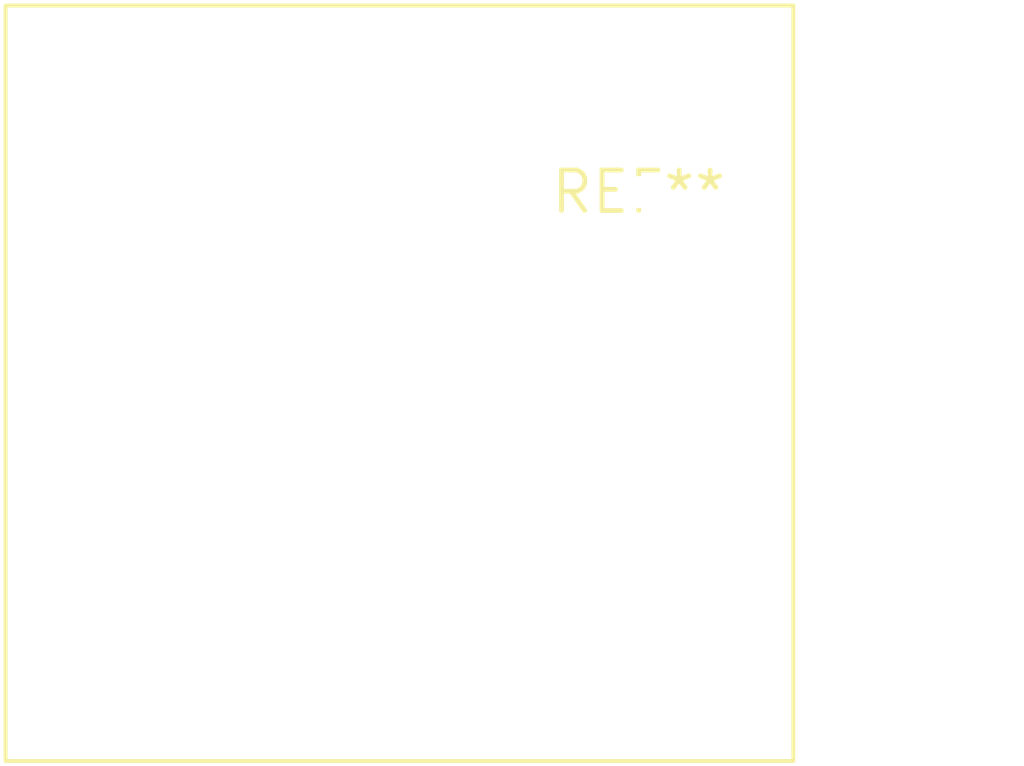
<source format=kicad_pcb>
(kicad_pcb (version 20240108) (generator pcbnew)
  (layers (0 "F.Cu" signal) (31 "B.Cu" signal) (34 "B.Paste" user) (35 "F.Paste" user) (36 "B.SilkS" user "B.Silkscreen") (37 "F.SilkS" user "F.Silkscreen") (38 "B.Mask" user) (39 "F.Mask" user) (44 "Edge.Cuts" user))
  (net 0 "")
  (footprint "SW_PUSH_LCD_E3_SAxxxx" (layer "F.Cu") (at 0 0)
    (property "Reference" "REF**")
    (property "Value" "SW_PUSH_LCD_E3_SAxxxx")
    (fp_line (start -19.85 -5.85) (end -19.85 17.85) (layer "F.SilkS") (stroke (width 0.12)))
    (fp_line (start -19.85 17.85) (end 4.85 17.85) (layer "F.SilkS") (stroke (width 0.12)))
    (fp_line (start 4.85 -5.85) (end -19.85 -5.85) (layer "F.SilkS") (stroke (width 0.12)))
    (fp_line (start 4.85 17.85) (end 4.85 -5.85) (layer "F.SilkS") (stroke (width 0.12)))
    (pad "" np_thru_hole circle (at -15.5 6) (size 5.1 5.1) (drill 5.1) (layers *.Cu *.Mask))
    (pad "" np_thru_hole circle (at -7.5 1.5) (size 3.5 3.5) (drill 3.5) (layers *.Cu *.Mask))
    (pad "" np_thru_hole circle (at 0.5 6) (size 5.1 5.1) (drill 5.1) (layers *.Cu *.Mask))
    (pad "1" thru_hole circle (at 0 0) (size 2 2) (drill 1) (layers *.Cu *.Mask) (remove_unused_layers))
    (pad "2" thru_hole circle (at 0 12) (size 2 2) (drill 1) (layers *.Cu *.Mask) (remove_unused_layers))
    (pad "3" thru_hole circle (at -15 0) (size 2 2) (drill 1) (layers *.Cu *.Mask) (remove_unused_layers))
    (pad "4" thru_hole circle (at -15 12) (size 2 2) (drill 1) (layers *.Cu *.Mask) (remove_unused_layers))
    (pad "5" thru_hole circle (at -8.75 6) (size 2 2) (drill 1) (layers *.Cu *.Mask) (remove_unused_layers))
    (pad "6" thru_hole circle (at -6.25 6) (size 2 2) (drill 1) (layers *.Cu *.Mask) (remove_unused_layers))
  )
)
</source>
